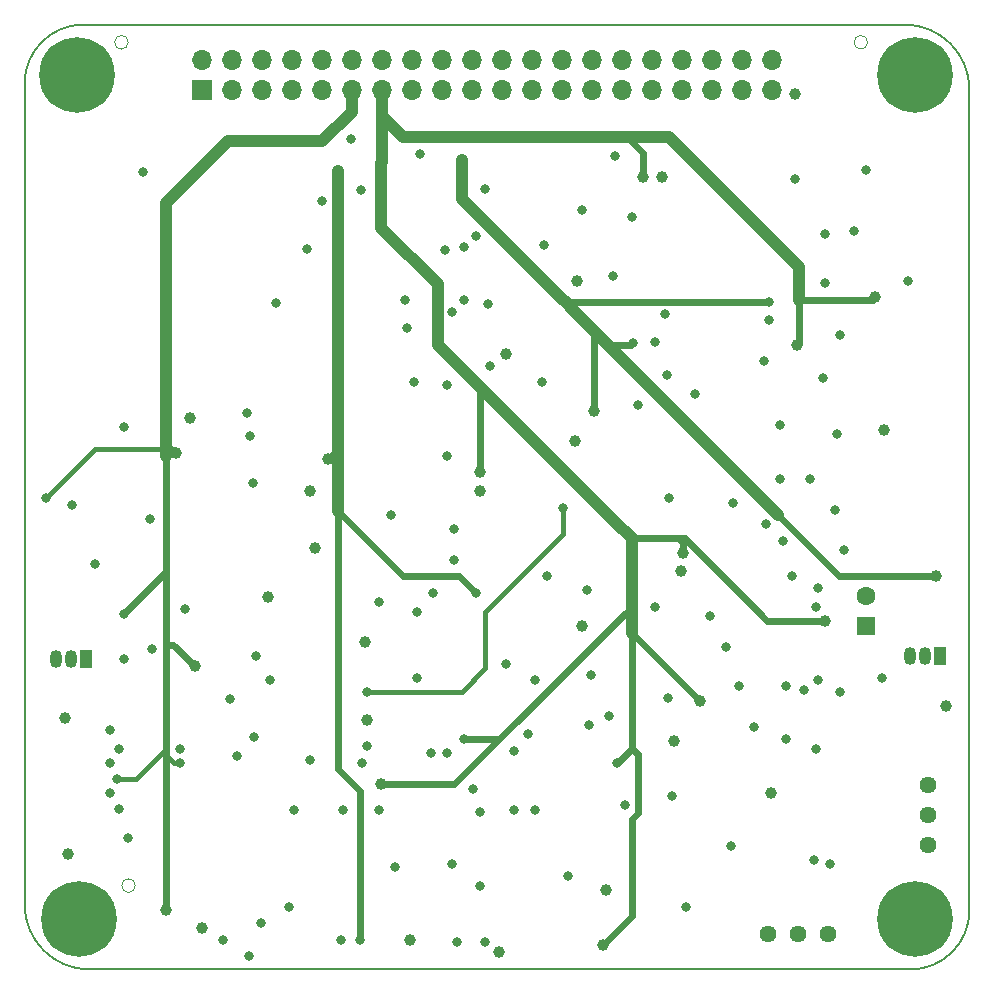
<source format=gbr>
G04 #@! TF.GenerationSoftware,KiCad,Pcbnew,(5.1.12-1-10_14)*
G04 #@! TF.CreationDate,2022-03-12T00:20:55-08:00*
G04 #@! TF.ProjectId,as3340,61733333-3430-42e6-9b69-6361645f7063,rev?*
G04 #@! TF.SameCoordinates,Original*
G04 #@! TF.FileFunction,Copper,L3,Inr*
G04 #@! TF.FilePolarity,Positive*
%FSLAX46Y46*%
G04 Gerber Fmt 4.6, Leading zero omitted, Abs format (unit mm)*
G04 Created by KiCad (PCBNEW (5.1.12-1-10_14)) date 2022-03-12 00:20:55*
%MOMM*%
%LPD*%
G01*
G04 APERTURE LIST*
G04 #@! TA.AperFunction,Profile*
%ADD10C,0.050000*%
G04 #@! TD*
G04 #@! TA.AperFunction,Profile*
%ADD11C,0.150000*%
G04 #@! TD*
G04 #@! TA.AperFunction,ComponentPad*
%ADD12C,1.600000*%
G04 #@! TD*
G04 #@! TA.AperFunction,ComponentPad*
%ADD13R,1.600000X1.600000*%
G04 #@! TD*
G04 #@! TA.AperFunction,ComponentPad*
%ADD14C,6.400000*%
G04 #@! TD*
G04 #@! TA.AperFunction,ComponentPad*
%ADD15R,1.050000X1.500000*%
G04 #@! TD*
G04 #@! TA.AperFunction,ComponentPad*
%ADD16O,1.050000X1.500000*%
G04 #@! TD*
G04 #@! TA.AperFunction,ComponentPad*
%ADD17O,1.700000X1.700000*%
G04 #@! TD*
G04 #@! TA.AperFunction,ComponentPad*
%ADD18R,1.700000X1.700000*%
G04 #@! TD*
G04 #@! TA.AperFunction,ComponentPad*
%ADD19C,1.440000*%
G04 #@! TD*
G04 #@! TA.AperFunction,ViaPad*
%ADD20C,1.000000*%
G04 #@! TD*
G04 #@! TA.AperFunction,ViaPad*
%ADD21C,0.800000*%
G04 #@! TD*
G04 #@! TA.AperFunction,Conductor*
%ADD22C,0.600000*%
G04 #@! TD*
G04 #@! TA.AperFunction,Conductor*
%ADD23C,1.000000*%
G04 #@! TD*
G04 #@! TA.AperFunction,Conductor*
%ADD24C,0.400000*%
G04 #@! TD*
G04 APERTURE END LIST*
D10*
X76376000Y-98400000D02*
G75*
G03*
X76376000Y-98400000I-576000J0D01*
G01*
X138376000Y-27000000D02*
G75*
G03*
X138376000Y-27000000I-576000J0D01*
G01*
X75776000Y-27000000D02*
G75*
G03*
X75776000Y-27000000I-576000J0D01*
G01*
D11*
X147000000Y-100500000D02*
X147000000Y-31000000D01*
X67000000Y-30500000D02*
X67000000Y-100000000D01*
X142000000Y-105500000D02*
X72500000Y-105500000D01*
X72500000Y-105500000D02*
G75*
G02*
X67000000Y-100000000I0J5500000D01*
G01*
X147000000Y-100500000D02*
G75*
G02*
X142000000Y-105500000I-5000000J0D01*
G01*
X72000000Y-25500000D02*
X141500000Y-25500000D01*
X67000000Y-30500000D02*
G75*
G02*
X72000000Y-25500000I5000000J0D01*
G01*
X141500000Y-25500000D02*
G75*
G02*
X147000000Y-31000000I0J-5500000D01*
G01*
D12*
X138200000Y-73900000D03*
D13*
X138200000Y-76400000D03*
D14*
X71600000Y-101200000D03*
D15*
X144500000Y-79000000D03*
D16*
X141960000Y-79000000D03*
X143230000Y-79000000D03*
D15*
X72200000Y-79200000D03*
D16*
X69660000Y-79200000D03*
X70930000Y-79200000D03*
D14*
X142400000Y-101200000D03*
X142400000Y-29800000D03*
X71400000Y-29800000D03*
D17*
X130260000Y-28460000D03*
X130260000Y-31000000D03*
X127720000Y-28460000D03*
X127720000Y-31000000D03*
X125180000Y-28460000D03*
X125180000Y-31000000D03*
X122640000Y-28460000D03*
X122640000Y-31000000D03*
X120100000Y-28460000D03*
X120100000Y-31000000D03*
X117560000Y-28460000D03*
X117560000Y-31000000D03*
X115020000Y-28460000D03*
X115020000Y-31000000D03*
X112480000Y-28460000D03*
X112480000Y-31000000D03*
X109940000Y-28460000D03*
X109940000Y-31000000D03*
X107400000Y-28460000D03*
X107400000Y-31000000D03*
X104860000Y-28460000D03*
X104860000Y-31000000D03*
X102320000Y-28460000D03*
X102320000Y-31000000D03*
X99780000Y-28460000D03*
X99780000Y-31000000D03*
X97240000Y-28460000D03*
X97240000Y-31000000D03*
X94700000Y-28460000D03*
X94700000Y-31000000D03*
X92160000Y-28460000D03*
X92160000Y-31000000D03*
X89620000Y-28460000D03*
X89620000Y-31000000D03*
X87080000Y-28460000D03*
X87080000Y-31000000D03*
X84540000Y-28460000D03*
X84540000Y-31000000D03*
X82000000Y-28460000D03*
D18*
X82000000Y-31000000D03*
D19*
X129920000Y-102500000D03*
X132460000Y-102500000D03*
X135000000Y-102500000D03*
X143500000Y-89920000D03*
X143500000Y-92460000D03*
X143500000Y-95000000D03*
D20*
X132200000Y-31400000D03*
D21*
X110200000Y-81000000D03*
X108400000Y-92000000D03*
X110200000Y-92000000D03*
X133000000Y-81800000D03*
X123800000Y-56800000D03*
X125000000Y-75600004D03*
X120400000Y-52400000D03*
X132200000Y-38600000D03*
X118400000Y-41800000D03*
X129600000Y-54000000D03*
X141800000Y-47200000D03*
D20*
X145000000Y-83200000D03*
D21*
X131500000Y-86000000D03*
X131000000Y-64000000D03*
X133500000Y-64000000D03*
X130000000Y-50500000D03*
X100500000Y-36499998D03*
X134000002Y-74800002D03*
X131200000Y-69200000D03*
X101600000Y-73600000D03*
D20*
X121000000Y-38400000D03*
D21*
X139600000Y-80800000D03*
X133800000Y-96200000D03*
X95600000Y-87999992D03*
X114599994Y-73400000D03*
X102800000Y-87200000D03*
D20*
X107200000Y-104000000D03*
X116200000Y-98800000D03*
D21*
X87000000Y-101600000D03*
X87800000Y-81000000D03*
D20*
X70400000Y-84200000D03*
D21*
X86400000Y-85800000D03*
X99400000Y-51200000D03*
X118900000Y-57700000D03*
X97000000Y-92000000D03*
D20*
X91200000Y-65000000D03*
X105600000Y-65000000D03*
X122600000Y-71800000D03*
X113800000Y-47200000D03*
X107800000Y-53400000D03*
X114200000Y-76400000D03*
X139800000Y-59800000D03*
X87600000Y-74000000D03*
X96000000Y-84400000D03*
X95800000Y-77800000D03*
X91600000Y-69800000D03*
D21*
X77000000Y-38000000D03*
D20*
X113600000Y-60800000D03*
D21*
X91200000Y-87800000D03*
X121825000Y-90825000D03*
X117799992Y-91600000D03*
D20*
X122000000Y-86200000D03*
D21*
X106000006Y-103200000D03*
D20*
X99600002Y-103000000D03*
D21*
X80200000Y-86800000D03*
D20*
X70715003Y-95715003D03*
D21*
X77800000Y-78400000D03*
D20*
X82000000Y-102000000D03*
X81000000Y-58800020D03*
D21*
X73000000Y-71200000D03*
X77600000Y-67400000D03*
X75400000Y-59600000D03*
X80600000Y-75000000D03*
X115000000Y-80600000D03*
X100000000Y-55800000D03*
X94600000Y-35200000D03*
X75400000Y-79200000D03*
X95400000Y-103000000D03*
X130785999Y-67014001D03*
X118500000Y-52500000D03*
X130000000Y-49000000D03*
X105200000Y-73600000D03*
D20*
X104000000Y-37000000D03*
X93500000Y-37900000D03*
X144200000Y-72200002D03*
X115200000Y-58200000D03*
X92700000Y-62300000D03*
X130200000Y-90600000D03*
X116000000Y-103400000D03*
D21*
X117200000Y-88000000D03*
X104200000Y-86000000D03*
D20*
X97200000Y-89800000D03*
X139000000Y-48600000D03*
X132400000Y-52600000D03*
X119400000Y-38400000D03*
D21*
X102000000Y-51400000D03*
D20*
X105600000Y-63400000D03*
X124200003Y-82800005D03*
X134800000Y-76000000D03*
X122775000Y-70225000D03*
X81400000Y-79800000D03*
X79000000Y-100500010D03*
D21*
X74800000Y-89400000D03*
X80200000Y-88000000D03*
X75400000Y-75400000D03*
D20*
X79800000Y-61800000D03*
D21*
X68800000Y-65600000D03*
X134000000Y-86800000D03*
X109600000Y-85600000D03*
X85800000Y-58400000D03*
X86100000Y-60300000D03*
X121500000Y-82500000D03*
X135600000Y-66600000D03*
X105600000Y-98400000D03*
X105600000Y-92199998D03*
X137200000Y-42999992D03*
X134200000Y-73200000D03*
X136400000Y-70000000D03*
X127500000Y-81500000D03*
X131465000Y-81465000D03*
X96000000Y-86600000D03*
X89800000Y-92000000D03*
X89400000Y-100200000D03*
X101400000Y-87200000D03*
X123000000Y-100200000D03*
X128800000Y-85000000D03*
X135199996Y-96600000D03*
X113000000Y-97600000D03*
X108400000Y-87000000D03*
X134200000Y-81000000D03*
X126400000Y-78200000D03*
X75000000Y-86800000D03*
X88280001Y-49080001D03*
X90909999Y-44509999D03*
X103200000Y-96600000D03*
X111000000Y-44200004D03*
X138200000Y-37800000D03*
X92160000Y-40440000D03*
X74200000Y-88000000D03*
X74200000Y-85200000D03*
X129800001Y-67800001D03*
X135800000Y-60200000D03*
X136000000Y-51800000D03*
X105000000Y-90200000D03*
X86000000Y-104400000D03*
X103600000Y-103200000D03*
X126825000Y-95025000D03*
X103200000Y-49800000D03*
X107800000Y-79600000D03*
X85000000Y-87400000D03*
X74999998Y-91904994D03*
X75800000Y-94400000D03*
X94000000Y-92000000D03*
X121600000Y-65600000D03*
X131000000Y-59400000D03*
X106400000Y-54400000D03*
X106200000Y-49200000D03*
X105200000Y-43400000D03*
X86300000Y-64350000D03*
X134800000Y-43200000D03*
X71000000Y-66199996D03*
X93800000Y-103000000D03*
X83799996Y-103000000D03*
X95500000Y-39500000D03*
X106000000Y-39399998D03*
X127000000Y-66000000D03*
X100200000Y-75200000D03*
X120400000Y-74800000D03*
X100200000Y-80800000D03*
X134600000Y-55400000D03*
X134800000Y-47400000D03*
X116500000Y-84000000D03*
X102800000Y-62000000D03*
X102800000Y-56000000D03*
X110800000Y-55800000D03*
X102600000Y-44600000D03*
X114200000Y-41200000D03*
X99200000Y-48800000D03*
X98000000Y-67000000D03*
X98400000Y-96800000D03*
X114775000Y-84775002D03*
X103400000Y-68200000D03*
X111200000Y-72200000D03*
X103399998Y-70800000D03*
X112600000Y-66400000D03*
X95999988Y-82000010D03*
X136000000Y-82000000D03*
X132000000Y-72200000D03*
X104200000Y-48800000D03*
X104175000Y-44375000D03*
X117000000Y-36600000D03*
X116800000Y-46800000D03*
X74200000Y-90600000D03*
X84400000Y-82600000D03*
X86600000Y-79000000D03*
X97000000Y-74400000D03*
X121400000Y-55200000D03*
X121200000Y-50000000D03*
D22*
X130371998Y-66600000D02*
X130285999Y-66514001D01*
D23*
X115071998Y-51300000D02*
X116385999Y-52614001D01*
D22*
X93500000Y-62500000D02*
X93500000Y-62100000D01*
X129600000Y-65800000D02*
X129585999Y-65814001D01*
D23*
X129585999Y-65814001D02*
X130285999Y-66514001D01*
X116385999Y-52614001D02*
X129585999Y-65814001D01*
X130285999Y-66514001D02*
X130785999Y-67014001D01*
D22*
X112885999Y-49114001D02*
X113271998Y-49500000D01*
X118385999Y-52614001D02*
X118500000Y-52500000D01*
X116385999Y-52614001D02*
X118385999Y-52614001D01*
X112771998Y-49000000D02*
X112385999Y-48614001D01*
X130000000Y-49000000D02*
X112771998Y-49000000D01*
D23*
X112385999Y-48614001D02*
X112885999Y-49114001D01*
D22*
X116500000Y-52728002D02*
X116385999Y-52614001D01*
X113500000Y-49728002D02*
X113385999Y-49614001D01*
D23*
X112885999Y-49114001D02*
X113385999Y-49614001D01*
X93500000Y-66700000D02*
X93500000Y-62100000D01*
X113385999Y-49614001D02*
X115071998Y-51300000D01*
X104000000Y-40228002D02*
X104385999Y-40614001D01*
X104000000Y-37000000D02*
X104000000Y-40228002D01*
X112385999Y-48614001D02*
X104385999Y-40614001D01*
D22*
X103800000Y-72200000D02*
X99000000Y-72200000D01*
X99000000Y-72200000D02*
X93500000Y-66700000D01*
X105200000Y-73600000D02*
X103800000Y-72200000D01*
X93300000Y-61500000D02*
X93500000Y-61500000D01*
D23*
X93500000Y-61500000D02*
X93500000Y-62100000D01*
D22*
X93500000Y-71000000D02*
X93500000Y-66700000D01*
X93500000Y-88500000D02*
X93500000Y-71000000D01*
X95400000Y-90400000D02*
X93500000Y-88500000D01*
X95400000Y-103000000D02*
X95400000Y-90400000D01*
X130785999Y-67014001D02*
X135972000Y-72200002D01*
X135972000Y-72200002D02*
X144200000Y-72200002D01*
X115200000Y-51428002D02*
X115071998Y-51300000D01*
X115200000Y-58200000D02*
X115200000Y-51428002D01*
D23*
X93500000Y-37900000D02*
X93500000Y-61500000D01*
D22*
X93500000Y-61500000D02*
X92700000Y-62300000D01*
X97200000Y-89800000D02*
X103400000Y-89800000D01*
X107200000Y-86000000D02*
X108100000Y-85100000D01*
X104200000Y-86000000D02*
X107200000Y-86000000D01*
X103400000Y-89800000D02*
X108100000Y-85100000D01*
D23*
X99000000Y-35000000D02*
X104800000Y-35000000D01*
X97240000Y-33240000D02*
X99000000Y-35000000D01*
X121600000Y-35000000D02*
X132600000Y-46000000D01*
X132600000Y-46000000D02*
X132600000Y-48800000D01*
D22*
X138800000Y-48800000D02*
X139000000Y-48600000D01*
X132600000Y-48800000D02*
X138800000Y-48800000D01*
X132600000Y-52400000D02*
X132400000Y-52600000D01*
X132600000Y-48800000D02*
X132600000Y-52400000D01*
X118000000Y-35000000D02*
X119400000Y-36400000D01*
D23*
X104800000Y-35000000D02*
X118000000Y-35000000D01*
D22*
X119400000Y-36400000D02*
X119400000Y-38400000D01*
D23*
X118000000Y-35000000D02*
X121600000Y-35000000D01*
D22*
X105400000Y-56200000D02*
X105485999Y-56114001D01*
D23*
X97240000Y-32240000D02*
X97240000Y-37160000D01*
X97240000Y-31000000D02*
X97240000Y-32240000D01*
X97200000Y-42700000D02*
X102000000Y-47500000D01*
X97200000Y-37200000D02*
X97200000Y-42700000D01*
D22*
X102000000Y-48600000D02*
X102000000Y-51000000D01*
D23*
X102000000Y-47500000D02*
X102000000Y-48600000D01*
X102000000Y-48600000D02*
X102000000Y-52628002D01*
D22*
X105400000Y-56028002D02*
X104985999Y-55614001D01*
D23*
X104985999Y-55614001D02*
X105485999Y-56114001D01*
X102000000Y-52628002D02*
X104985999Y-55614001D01*
D22*
X105600000Y-56228002D02*
X105485999Y-56114001D01*
X105600000Y-63400000D02*
X105600000Y-56228002D01*
D23*
X105514001Y-56114001D02*
X117000000Y-67600000D01*
X105485999Y-56114001D02*
X105514001Y-56114001D01*
D22*
X108100000Y-85100000D02*
X118400000Y-74800000D01*
D23*
X118400000Y-74800000D02*
X118400000Y-76200000D01*
X118400000Y-69000000D02*
X118400000Y-74800000D01*
X118400000Y-77000000D02*
X118400000Y-76200000D01*
D22*
X117200000Y-88000000D02*
X118400000Y-86800000D01*
X118400000Y-77000000D02*
X118400000Y-86800000D01*
D23*
X117000000Y-67600000D02*
X118400000Y-69000000D01*
D22*
X122000000Y-69000000D02*
X118400000Y-69000000D01*
X122000000Y-69000000D02*
X122400000Y-69000000D01*
X123700004Y-82300006D02*
X124200003Y-82800005D01*
X118400000Y-77000000D02*
X123700004Y-82300006D01*
X122900000Y-69000000D02*
X129900000Y-76000000D01*
X129900000Y-76000000D02*
X134800000Y-76000000D01*
X122400000Y-69000000D02*
X122900000Y-69000000D01*
X122775000Y-69375000D02*
X122400000Y-69000000D01*
X122775000Y-70225000D02*
X122775000Y-69375000D01*
X118400000Y-86800000D02*
X118900001Y-87300001D01*
X118400000Y-101000000D02*
X116499999Y-102900001D01*
X118900001Y-92232001D02*
X118400000Y-92732002D01*
X116499999Y-102900001D02*
X116000000Y-103400000D01*
X118400000Y-92732002D02*
X118400000Y-101000000D01*
X118900001Y-87300001D02*
X118900001Y-92232001D01*
X79600000Y-78000000D02*
X81400000Y-79800000D01*
X79000000Y-78000000D02*
X79600000Y-78000000D01*
X79000000Y-73000000D02*
X79000000Y-78000000D01*
X79000000Y-100500010D02*
X79000000Y-89200000D01*
X79000000Y-78000000D02*
X79000000Y-84200000D01*
X79000000Y-86400000D02*
X79000000Y-89200000D01*
X79000000Y-84200000D02*
X79000000Y-86400000D01*
D23*
X92200000Y-35400000D02*
X94700000Y-32900000D01*
X94700000Y-32900000D02*
X94700000Y-31000000D01*
X84200000Y-35400000D02*
X92200000Y-35400000D01*
X79000000Y-40600000D02*
X84200000Y-35400000D01*
X79000000Y-54600000D02*
X79000000Y-40600000D01*
D24*
X79000000Y-86400000D02*
X79000000Y-86800000D01*
D22*
X75400000Y-75400000D02*
X79000000Y-71800000D01*
X79000000Y-71800000D02*
X79000000Y-73000000D01*
X79000000Y-70400000D02*
X79000000Y-71800000D01*
D24*
X79000000Y-84200000D02*
X79000000Y-86800000D01*
X76400000Y-89400000D02*
X74800000Y-89400000D01*
X79000000Y-86800000D02*
X76400000Y-89400000D01*
X79000000Y-62200000D02*
X79000000Y-62000000D01*
D22*
X79000000Y-62000000D02*
X79000000Y-70400000D01*
D24*
X79634315Y-88000000D02*
X80200000Y-88000000D01*
X79000000Y-86800000D02*
X79000000Y-87365685D01*
X79000000Y-87365685D02*
X79634315Y-88000000D01*
D22*
X79000000Y-61400000D02*
X79400000Y-61400000D01*
D23*
X79000000Y-54600000D02*
X79000000Y-61400000D01*
D22*
X79400000Y-61400000D02*
X79800000Y-61800000D01*
D23*
X79000000Y-61400000D02*
X79000000Y-62000000D01*
D24*
X73000000Y-61400000D02*
X79000000Y-61400000D01*
X68800000Y-65600000D02*
X73000000Y-61400000D01*
X143460000Y-92500000D02*
X143500000Y-92460000D01*
X112600000Y-68600000D02*
X112600000Y-66400000D01*
X106000000Y-75200000D02*
X112600000Y-68600000D01*
X106000000Y-80000000D02*
X106000000Y-75200000D01*
X103999990Y-82000010D02*
X106000000Y-80000000D01*
X95999988Y-82000010D02*
X103999990Y-82000010D01*
M02*

</source>
